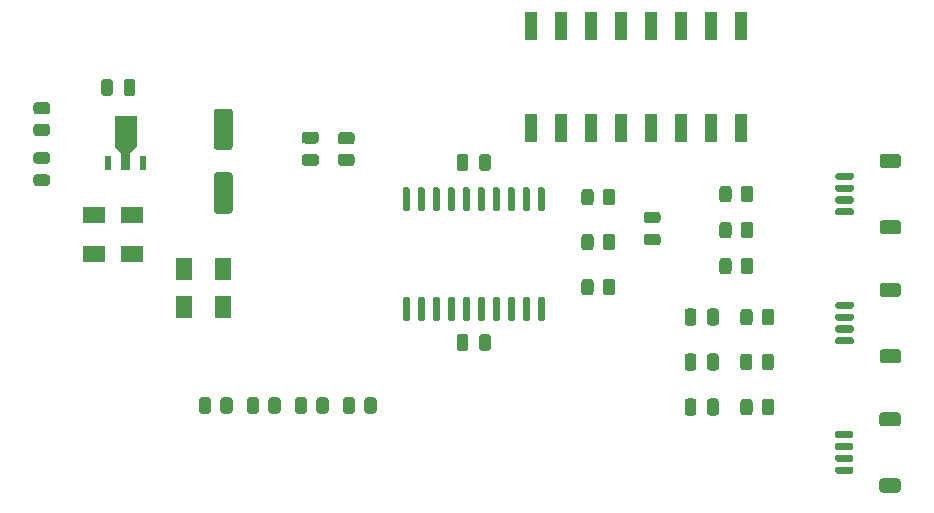
<source format=gtp>
G04 #@! TF.GenerationSoftware,KiCad,Pcbnew,6.0.2+dfsg-1*
G04 #@! TF.CreationDate,2024-06-30T21:27:14-06:00*
G04 #@! TF.ProjectId,ckt-iiab,636b742d-6969-4616-922e-6b696361645f,rev?*
G04 #@! TF.SameCoordinates,Original*
G04 #@! TF.FileFunction,Paste,Top*
G04 #@! TF.FilePolarity,Positive*
%FSLAX46Y46*%
G04 Gerber Fmt 4.6, Leading zero omitted, Abs format (unit mm)*
G04 Created by KiCad (PCBNEW 6.0.2+dfsg-1) date 2024-06-30 21:27:14*
%MOMM*%
%LPD*%
G01*
G04 APERTURE LIST*
%ADD10R,1.900000X1.400000*%
%ADD11R,1.400000X1.900000*%
%ADD12R,1.120000X2.440000*%
%ADD13R,0.550000X1.300000*%
G04 APERTURE END LIST*
G36*
G01*
X64229000Y-142400000D02*
X63279000Y-142400000D01*
G75*
G02*
X63029000Y-142150000I0J250000D01*
G01*
X63029000Y-141650000D01*
G75*
G02*
X63279000Y-141400000I250000J0D01*
G01*
X64229000Y-141400000D01*
G75*
G02*
X64479000Y-141650000I0J-250000D01*
G01*
X64479000Y-142150000D01*
G75*
G02*
X64229000Y-142400000I-250000J0D01*
G01*
G37*
G36*
G01*
X64229000Y-140500000D02*
X63279000Y-140500000D01*
G75*
G02*
X63029000Y-140250000I0J250000D01*
G01*
X63029000Y-139750000D01*
G75*
G02*
X63279000Y-139500000I250000J0D01*
G01*
X64229000Y-139500000D01*
G75*
G02*
X64479000Y-139750000I0J-250000D01*
G01*
X64479000Y-140250000D01*
G75*
G02*
X64229000Y-140500000I-250000J0D01*
G01*
G37*
G36*
G01*
X86713000Y-145484000D02*
X86713000Y-144584000D01*
G75*
G02*
X86963000Y-144334000I250000J0D01*
G01*
X87488000Y-144334000D01*
G75*
G02*
X87738000Y-144584000I0J-250000D01*
G01*
X87738000Y-145484000D01*
G75*
G02*
X87488000Y-145734000I-250000J0D01*
G01*
X86963000Y-145734000D01*
G75*
G02*
X86713000Y-145484000I0J250000D01*
G01*
G37*
G36*
G01*
X88538000Y-145484000D02*
X88538000Y-144584000D01*
G75*
G02*
X88788000Y-144334000I250000J0D01*
G01*
X89313000Y-144334000D01*
G75*
G02*
X89563000Y-144584000I0J-250000D01*
G01*
X89563000Y-145484000D01*
G75*
G02*
X89313000Y-145734000I-250000J0D01*
G01*
X88788000Y-145734000D01*
G75*
G02*
X88538000Y-145484000I0J250000D01*
G01*
G37*
G36*
G01*
X109623000Y-146580000D02*
X108373000Y-146580000D01*
G75*
G02*
X108223000Y-146430000I0J150000D01*
G01*
X108223000Y-146130000D01*
G75*
G02*
X108373000Y-145980000I150000J0D01*
G01*
X109623000Y-145980000D01*
G75*
G02*
X109773000Y-146130000I0J-150000D01*
G01*
X109773000Y-146430000D01*
G75*
G02*
X109623000Y-146580000I-150000J0D01*
G01*
G37*
G36*
G01*
X109623000Y-145580000D02*
X108373000Y-145580000D01*
G75*
G02*
X108223000Y-145430000I0J150000D01*
G01*
X108223000Y-145130000D01*
G75*
G02*
X108373000Y-144980000I150000J0D01*
G01*
X109623000Y-144980000D01*
G75*
G02*
X109773000Y-145130000I0J-150000D01*
G01*
X109773000Y-145430000D01*
G75*
G02*
X109623000Y-145580000I-150000J0D01*
G01*
G37*
G36*
G01*
X109623000Y-144580000D02*
X108373000Y-144580000D01*
G75*
G02*
X108223000Y-144430000I0J150000D01*
G01*
X108223000Y-144130000D01*
G75*
G02*
X108373000Y-143980000I150000J0D01*
G01*
X109623000Y-143980000D01*
G75*
G02*
X109773000Y-144130000I0J-150000D01*
G01*
X109773000Y-144430000D01*
G75*
G02*
X109623000Y-144580000I-150000J0D01*
G01*
G37*
G36*
G01*
X109623000Y-143580000D02*
X108373000Y-143580000D01*
G75*
G02*
X108223000Y-143430000I0J150000D01*
G01*
X108223000Y-143130000D01*
G75*
G02*
X108373000Y-142980000I150000J0D01*
G01*
X109623000Y-142980000D01*
G75*
G02*
X109773000Y-143130000I0J-150000D01*
G01*
X109773000Y-143430000D01*
G75*
G02*
X109623000Y-143580000I-150000J0D01*
G01*
G37*
G36*
G01*
X113523000Y-142580000D02*
X112223000Y-142580000D01*
G75*
G02*
X111973000Y-142330000I0J250000D01*
G01*
X111973000Y-141630000D01*
G75*
G02*
X112223000Y-141380000I250000J0D01*
G01*
X113523000Y-141380000D01*
G75*
G02*
X113773000Y-141630000I0J-250000D01*
G01*
X113773000Y-142330000D01*
G75*
G02*
X113523000Y-142580000I-250000J0D01*
G01*
G37*
G36*
G01*
X113523000Y-148180000D02*
X112223000Y-148180000D01*
G75*
G02*
X111973000Y-147930000I0J250000D01*
G01*
X111973000Y-147230000D01*
G75*
G02*
X112223000Y-146980000I250000J0D01*
G01*
X113523000Y-146980000D01*
G75*
G02*
X113773000Y-147230000I0J-250000D01*
G01*
X113773000Y-147930000D01*
G75*
G02*
X113523000Y-148180000I-250000J0D01*
G01*
G37*
G36*
G01*
X66520000Y-163137000D02*
X66520000Y-162237000D01*
G75*
G02*
X66770000Y-161987000I250000J0D01*
G01*
X67295000Y-161987000D01*
G75*
G02*
X67545000Y-162237000I0J-250000D01*
G01*
X67545000Y-163137000D01*
G75*
G02*
X67295000Y-163387000I-250000J0D01*
G01*
X66770000Y-163387000D01*
G75*
G02*
X66520000Y-163137000I0J250000D01*
G01*
G37*
G36*
G01*
X68345000Y-163137000D02*
X68345000Y-162237000D01*
G75*
G02*
X68595000Y-161987000I250000J0D01*
G01*
X69120000Y-161987000D01*
G75*
G02*
X69370000Y-162237000I0J-250000D01*
G01*
X69370000Y-163137000D01*
G75*
G02*
X69120000Y-163387000I-250000J0D01*
G01*
X68595000Y-163387000D01*
G75*
G02*
X68345000Y-163137000I0J250000D01*
G01*
G37*
G36*
G01*
X98351000Y-154719000D02*
X98351000Y-155669000D01*
G75*
G02*
X98101000Y-155919000I-250000J0D01*
G01*
X97601000Y-155919000D01*
G75*
G02*
X97351000Y-155669000I0J250000D01*
G01*
X97351000Y-154719000D01*
G75*
G02*
X97601000Y-154469000I250000J0D01*
G01*
X98101000Y-154469000D01*
G75*
G02*
X98351000Y-154719000I0J-250000D01*
G01*
G37*
G36*
G01*
X96451000Y-154719000D02*
X96451000Y-155669000D01*
G75*
G02*
X96201000Y-155919000I-250000J0D01*
G01*
X95701000Y-155919000D01*
G75*
G02*
X95451000Y-155669000I0J250000D01*
G01*
X95451000Y-154719000D01*
G75*
G02*
X95701000Y-154469000I250000J0D01*
G01*
X96201000Y-154469000D01*
G75*
G02*
X96451000Y-154719000I0J-250000D01*
G01*
G37*
G36*
G01*
X67252000Y-142395000D02*
X66352000Y-142395000D01*
G75*
G02*
X66102000Y-142145000I0J250000D01*
G01*
X66102000Y-141620000D01*
G75*
G02*
X66352000Y-141370000I250000J0D01*
G01*
X67252000Y-141370000D01*
G75*
G02*
X67502000Y-141620000I0J-250000D01*
G01*
X67502000Y-142145000D01*
G75*
G02*
X67252000Y-142395000I-250000J0D01*
G01*
G37*
G36*
G01*
X67252000Y-140570000D02*
X66352000Y-140570000D01*
G75*
G02*
X66102000Y-140320000I0J250000D01*
G01*
X66102000Y-139795000D01*
G75*
G02*
X66352000Y-139545000I250000J0D01*
G01*
X67252000Y-139545000D01*
G75*
G02*
X67502000Y-139795000I0J-250000D01*
G01*
X67502000Y-140320000D01*
G75*
G02*
X67252000Y-140570000I-250000J0D01*
G01*
G37*
G36*
G01*
X100151500Y-159454000D02*
X100151500Y-158554000D01*
G75*
G02*
X100401500Y-158304000I250000J0D01*
G01*
X100926500Y-158304000D01*
G75*
G02*
X101176500Y-158554000I0J-250000D01*
G01*
X101176500Y-159454000D01*
G75*
G02*
X100926500Y-159704000I-250000J0D01*
G01*
X100401500Y-159704000D01*
G75*
G02*
X100151500Y-159454000I0J250000D01*
G01*
G37*
G36*
G01*
X101976500Y-159454000D02*
X101976500Y-158554000D01*
G75*
G02*
X102226500Y-158304000I250000J0D01*
G01*
X102751500Y-158304000D01*
G75*
G02*
X103001500Y-158554000I0J-250000D01*
G01*
X103001500Y-159454000D01*
G75*
G02*
X102751500Y-159704000I-250000J0D01*
G01*
X102226500Y-159704000D01*
G75*
G02*
X101976500Y-159454000I0J250000D01*
G01*
G37*
G36*
G01*
X58392000Y-163137000D02*
X58392000Y-162237000D01*
G75*
G02*
X58642000Y-161987000I250000J0D01*
G01*
X59167000Y-161987000D01*
G75*
G02*
X59417000Y-162237000I0J-250000D01*
G01*
X59417000Y-163137000D01*
G75*
G02*
X59167000Y-163387000I-250000J0D01*
G01*
X58642000Y-163387000D01*
G75*
G02*
X58392000Y-163137000I0J250000D01*
G01*
G37*
G36*
G01*
X60217000Y-163137000D02*
X60217000Y-162237000D01*
G75*
G02*
X60467000Y-161987000I250000J0D01*
G01*
X60992000Y-161987000D01*
G75*
G02*
X61242000Y-162237000I0J-250000D01*
G01*
X61242000Y-163137000D01*
G75*
G02*
X60992000Y-163387000I-250000J0D01*
G01*
X60467000Y-163387000D01*
G75*
G02*
X60217000Y-163137000I0J250000D01*
G01*
G37*
D10*
X48641000Y-146559000D03*
X48641000Y-149859000D03*
G36*
G01*
X79047000Y-141638000D02*
X79047000Y-142588000D01*
G75*
G02*
X78797000Y-142838000I-250000J0D01*
G01*
X78297000Y-142838000D01*
G75*
G02*
X78047000Y-142588000I0J250000D01*
G01*
X78047000Y-141638000D01*
G75*
G02*
X78297000Y-141388000I250000J0D01*
G01*
X78797000Y-141388000D01*
G75*
G02*
X79047000Y-141638000I0J-250000D01*
G01*
G37*
G36*
G01*
X77147000Y-141638000D02*
X77147000Y-142588000D01*
G75*
G02*
X76897000Y-142838000I-250000J0D01*
G01*
X76397000Y-142838000D01*
G75*
G02*
X76147000Y-142588000I0J250000D01*
G01*
X76147000Y-141638000D01*
G75*
G02*
X76397000Y-141388000I250000J0D01*
G01*
X76897000Y-141388000D01*
G75*
G02*
X77147000Y-141638000I0J-250000D01*
G01*
G37*
G36*
G01*
X55838000Y-137536000D02*
X56938000Y-137536000D01*
G75*
G02*
X57188000Y-137786000I0J-250000D01*
G01*
X57188000Y-140786000D01*
G75*
G02*
X56938000Y-141036000I-250000J0D01*
G01*
X55838000Y-141036000D01*
G75*
G02*
X55588000Y-140786000I0J250000D01*
G01*
X55588000Y-137786000D01*
G75*
G02*
X55838000Y-137536000I250000J0D01*
G01*
G37*
G36*
G01*
X55838000Y-142936000D02*
X56938000Y-142936000D01*
G75*
G02*
X57188000Y-143186000I0J-250000D01*
G01*
X57188000Y-146186000D01*
G75*
G02*
X56938000Y-146436000I-250000J0D01*
G01*
X55838000Y-146436000D01*
G75*
G02*
X55588000Y-146186000I0J250000D01*
G01*
X55588000Y-143186000D01*
G75*
G02*
X55838000Y-142936000I250000J0D01*
G01*
G37*
G36*
G01*
X109590996Y-168448003D02*
X108340996Y-168448003D01*
G75*
G02*
X108190996Y-168298003I0J150000D01*
G01*
X108190996Y-167998003D01*
G75*
G02*
X108340996Y-167848003I150000J0D01*
G01*
X109590996Y-167848003D01*
G75*
G02*
X109740996Y-167998003I0J-150000D01*
G01*
X109740996Y-168298003D01*
G75*
G02*
X109590996Y-168448003I-150000J0D01*
G01*
G37*
G36*
G01*
X109590996Y-167448003D02*
X108340996Y-167448003D01*
G75*
G02*
X108190996Y-167298003I0J150000D01*
G01*
X108190996Y-166998003D01*
G75*
G02*
X108340996Y-166848003I150000J0D01*
G01*
X109590996Y-166848003D01*
G75*
G02*
X109740996Y-166998003I0J-150000D01*
G01*
X109740996Y-167298003D01*
G75*
G02*
X109590996Y-167448003I-150000J0D01*
G01*
G37*
G36*
G01*
X109590996Y-166448003D02*
X108340996Y-166448003D01*
G75*
G02*
X108190996Y-166298003I0J150000D01*
G01*
X108190996Y-165998003D01*
G75*
G02*
X108340996Y-165848003I150000J0D01*
G01*
X109590996Y-165848003D01*
G75*
G02*
X109740996Y-165998003I0J-150000D01*
G01*
X109740996Y-166298003D01*
G75*
G02*
X109590996Y-166448003I-150000J0D01*
G01*
G37*
G36*
G01*
X109590996Y-165448003D02*
X108340996Y-165448003D01*
G75*
G02*
X108190996Y-165298003I0J150000D01*
G01*
X108190996Y-164998003D01*
G75*
G02*
X108340996Y-164848003I150000J0D01*
G01*
X109590996Y-164848003D01*
G75*
G02*
X109740996Y-164998003I0J-150000D01*
G01*
X109740996Y-165298003D01*
G75*
G02*
X109590996Y-165448003I-150000J0D01*
G01*
G37*
G36*
G01*
X113490996Y-170048003D02*
X112190996Y-170048003D01*
G75*
G02*
X111940996Y-169798003I0J250000D01*
G01*
X111940996Y-169098003D01*
G75*
G02*
X112190996Y-168848003I250000J0D01*
G01*
X113490996Y-168848003D01*
G75*
G02*
X113740996Y-169098003I0J-250000D01*
G01*
X113740996Y-169798003D01*
G75*
G02*
X113490996Y-170048003I-250000J0D01*
G01*
G37*
G36*
G01*
X113490996Y-164448003D02*
X112190996Y-164448003D01*
G75*
G02*
X111940996Y-164198003I0J250000D01*
G01*
X111940996Y-163498003D01*
G75*
G02*
X112190996Y-163248003I250000J0D01*
G01*
X113490996Y-163248003D01*
G75*
G02*
X113740996Y-163498003I0J-250000D01*
G01*
X113740996Y-164198003D01*
G75*
G02*
X113490996Y-164448003I-250000J0D01*
G01*
G37*
G36*
G01*
X100175000Y-163264000D02*
X100175000Y-162364000D01*
G75*
G02*
X100425000Y-162114000I250000J0D01*
G01*
X100950000Y-162114000D01*
G75*
G02*
X101200000Y-162364000I0J-250000D01*
G01*
X101200000Y-163264000D01*
G75*
G02*
X100950000Y-163514000I-250000J0D01*
G01*
X100425000Y-163514000D01*
G75*
G02*
X100175000Y-163264000I0J250000D01*
G01*
G37*
G36*
G01*
X102000000Y-163264000D02*
X102000000Y-162364000D01*
G75*
G02*
X102250000Y-162114000I250000J0D01*
G01*
X102775000Y-162114000D01*
G75*
G02*
X103025000Y-162364000I0J-250000D01*
G01*
X103025000Y-163264000D01*
G75*
G02*
X102775000Y-163514000I-250000J0D01*
G01*
X102250000Y-163514000D01*
G75*
G02*
X102000000Y-163264000I0J250000D01*
G01*
G37*
G36*
G01*
X54328000Y-163137000D02*
X54328000Y-162237000D01*
G75*
G02*
X54578000Y-161987000I250000J0D01*
G01*
X55103000Y-161987000D01*
G75*
G02*
X55353000Y-162237000I0J-250000D01*
G01*
X55353000Y-163137000D01*
G75*
G02*
X55103000Y-163387000I-250000J0D01*
G01*
X54578000Y-163387000D01*
G75*
G02*
X54328000Y-163137000I0J250000D01*
G01*
G37*
G36*
G01*
X56153000Y-163137000D02*
X56153000Y-162237000D01*
G75*
G02*
X56403000Y-161987000I250000J0D01*
G01*
X56928000Y-161987000D01*
G75*
G02*
X57178000Y-162237000I0J-250000D01*
G01*
X57178000Y-163137000D01*
G75*
G02*
X56928000Y-163387000I-250000J0D01*
G01*
X56403000Y-163387000D01*
G75*
G02*
X56153000Y-163137000I0J250000D01*
G01*
G37*
D11*
X53087000Y-154305000D03*
X56387000Y-154305000D03*
X53087000Y-151130000D03*
X56387000Y-151130000D03*
D12*
X100203000Y-130569000D03*
X97663000Y-130569000D03*
X95123000Y-130569000D03*
X92583000Y-130569000D03*
X90043000Y-130569000D03*
X87503000Y-130569000D03*
X84963000Y-130569000D03*
X82423000Y-130569000D03*
X82423000Y-139179000D03*
X84963000Y-139179000D03*
X87503000Y-139179000D03*
X90043000Y-139179000D03*
X92583000Y-139179000D03*
X95123000Y-139179000D03*
X97663000Y-139179000D03*
X100203000Y-139179000D03*
G36*
G01*
X98351000Y-162339000D02*
X98351000Y-163289000D01*
G75*
G02*
X98101000Y-163539000I-250000J0D01*
G01*
X97601000Y-163539000D01*
G75*
G02*
X97351000Y-163289000I0J250000D01*
G01*
X97351000Y-162339000D01*
G75*
G02*
X97601000Y-162089000I250000J0D01*
G01*
X98101000Y-162089000D01*
G75*
G02*
X98351000Y-162339000I0J-250000D01*
G01*
G37*
G36*
G01*
X96451000Y-162339000D02*
X96451000Y-163289000D01*
G75*
G02*
X96201000Y-163539000I-250000J0D01*
G01*
X95701000Y-163539000D01*
G75*
G02*
X95451000Y-163289000I0J250000D01*
G01*
X95451000Y-162339000D01*
G75*
G02*
X95701000Y-162089000I250000J0D01*
G01*
X96201000Y-162089000D01*
G75*
G02*
X96451000Y-162339000I0J-250000D01*
G01*
G37*
G36*
G01*
X41477250Y-144094500D02*
X40564750Y-144094500D01*
G75*
G02*
X40321000Y-143850750I0J243750D01*
G01*
X40321000Y-143363250D01*
G75*
G02*
X40564750Y-143119500I243750J0D01*
G01*
X41477250Y-143119500D01*
G75*
G02*
X41721000Y-143363250I0J-243750D01*
G01*
X41721000Y-143850750D01*
G75*
G02*
X41477250Y-144094500I-243750J0D01*
G01*
G37*
G36*
G01*
X41477250Y-142219500D02*
X40564750Y-142219500D01*
G75*
G02*
X40321000Y-141975750I0J243750D01*
G01*
X40321000Y-141488250D01*
G75*
G02*
X40564750Y-141244500I243750J0D01*
G01*
X41477250Y-141244500D01*
G75*
G02*
X41721000Y-141488250I0J-243750D01*
G01*
X41721000Y-141975750D01*
G75*
G02*
X41477250Y-142219500I-243750J0D01*
G01*
G37*
G36*
G01*
X62456000Y-163137000D02*
X62456000Y-162237000D01*
G75*
G02*
X62706000Y-161987000I250000J0D01*
G01*
X63231000Y-161987000D01*
G75*
G02*
X63481000Y-162237000I0J-250000D01*
G01*
X63481000Y-163137000D01*
G75*
G02*
X63231000Y-163387000I-250000J0D01*
G01*
X62706000Y-163387000D01*
G75*
G02*
X62456000Y-163137000I0J250000D01*
G01*
G37*
G36*
G01*
X64281000Y-163137000D02*
X64281000Y-162237000D01*
G75*
G02*
X64531000Y-161987000I250000J0D01*
G01*
X65056000Y-161987000D01*
G75*
G02*
X65306000Y-162237000I0J-250000D01*
G01*
X65306000Y-163137000D01*
G75*
G02*
X65056000Y-163387000I-250000J0D01*
G01*
X64531000Y-163387000D01*
G75*
G02*
X64281000Y-163137000I0J250000D01*
G01*
G37*
G36*
G01*
X101247000Y-147378000D02*
X101247000Y-148278000D01*
G75*
G02*
X100997000Y-148528000I-250000J0D01*
G01*
X100472000Y-148528000D01*
G75*
G02*
X100222000Y-148278000I0J250000D01*
G01*
X100222000Y-147378000D01*
G75*
G02*
X100472000Y-147128000I250000J0D01*
G01*
X100997000Y-147128000D01*
G75*
G02*
X101247000Y-147378000I0J-250000D01*
G01*
G37*
G36*
G01*
X99422000Y-147378000D02*
X99422000Y-148278000D01*
G75*
G02*
X99172000Y-148528000I-250000J0D01*
G01*
X98647000Y-148528000D01*
G75*
G02*
X98397000Y-148278000I0J250000D01*
G01*
X98397000Y-147378000D01*
G75*
G02*
X98647000Y-147128000I250000J0D01*
G01*
X99172000Y-147128000D01*
G75*
G02*
X99422000Y-147378000I0J-250000D01*
G01*
G37*
G36*
G01*
X89563000Y-152204000D02*
X89563000Y-153104000D01*
G75*
G02*
X89313000Y-153354000I-250000J0D01*
G01*
X88788000Y-153354000D01*
G75*
G02*
X88538000Y-153104000I0J250000D01*
G01*
X88538000Y-152204000D01*
G75*
G02*
X88788000Y-151954000I250000J0D01*
G01*
X89313000Y-151954000D01*
G75*
G02*
X89563000Y-152204000I0J-250000D01*
G01*
G37*
G36*
G01*
X87738000Y-152204000D02*
X87738000Y-153104000D01*
G75*
G02*
X87488000Y-153354000I-250000J0D01*
G01*
X86963000Y-153354000D01*
G75*
G02*
X86713000Y-153104000I0J250000D01*
G01*
X86713000Y-152204000D01*
G75*
G02*
X86963000Y-151954000I250000J0D01*
G01*
X87488000Y-151954000D01*
G75*
G02*
X87738000Y-152204000I0J-250000D01*
G01*
G37*
G36*
G01*
X86713000Y-149294000D02*
X86713000Y-148394000D01*
G75*
G02*
X86963000Y-148144000I250000J0D01*
G01*
X87488000Y-148144000D01*
G75*
G02*
X87738000Y-148394000I0J-250000D01*
G01*
X87738000Y-149294000D01*
G75*
G02*
X87488000Y-149544000I-250000J0D01*
G01*
X86963000Y-149544000D01*
G75*
G02*
X86713000Y-149294000I0J250000D01*
G01*
G37*
G36*
G01*
X88538000Y-149294000D02*
X88538000Y-148394000D01*
G75*
G02*
X88788000Y-148144000I250000J0D01*
G01*
X89313000Y-148144000D01*
G75*
G02*
X89563000Y-148394000I0J-250000D01*
G01*
X89563000Y-149294000D01*
G75*
G02*
X89313000Y-149544000I-250000J0D01*
G01*
X88788000Y-149544000D01*
G75*
G02*
X88538000Y-149294000I0J250000D01*
G01*
G37*
G36*
G01*
X72032000Y-155535000D02*
X71732000Y-155535000D01*
G75*
G02*
X71582000Y-155385000I0J150000D01*
G01*
X71582000Y-153635000D01*
G75*
G02*
X71732000Y-153485000I150000J0D01*
G01*
X72032000Y-153485000D01*
G75*
G02*
X72182000Y-153635000I0J-150000D01*
G01*
X72182000Y-155385000D01*
G75*
G02*
X72032000Y-155535000I-150000J0D01*
G01*
G37*
G36*
G01*
X73302000Y-155535000D02*
X73002000Y-155535000D01*
G75*
G02*
X72852000Y-155385000I0J150000D01*
G01*
X72852000Y-153635000D01*
G75*
G02*
X73002000Y-153485000I150000J0D01*
G01*
X73302000Y-153485000D01*
G75*
G02*
X73452000Y-153635000I0J-150000D01*
G01*
X73452000Y-155385000D01*
G75*
G02*
X73302000Y-155535000I-150000J0D01*
G01*
G37*
G36*
G01*
X74572000Y-155535000D02*
X74272000Y-155535000D01*
G75*
G02*
X74122000Y-155385000I0J150000D01*
G01*
X74122000Y-153635000D01*
G75*
G02*
X74272000Y-153485000I150000J0D01*
G01*
X74572000Y-153485000D01*
G75*
G02*
X74722000Y-153635000I0J-150000D01*
G01*
X74722000Y-155385000D01*
G75*
G02*
X74572000Y-155535000I-150000J0D01*
G01*
G37*
G36*
G01*
X75842000Y-155535000D02*
X75542000Y-155535000D01*
G75*
G02*
X75392000Y-155385000I0J150000D01*
G01*
X75392000Y-153635000D01*
G75*
G02*
X75542000Y-153485000I150000J0D01*
G01*
X75842000Y-153485000D01*
G75*
G02*
X75992000Y-153635000I0J-150000D01*
G01*
X75992000Y-155385000D01*
G75*
G02*
X75842000Y-155535000I-150000J0D01*
G01*
G37*
G36*
G01*
X77112000Y-155535000D02*
X76812000Y-155535000D01*
G75*
G02*
X76662000Y-155385000I0J150000D01*
G01*
X76662000Y-153635000D01*
G75*
G02*
X76812000Y-153485000I150000J0D01*
G01*
X77112000Y-153485000D01*
G75*
G02*
X77262000Y-153635000I0J-150000D01*
G01*
X77262000Y-155385000D01*
G75*
G02*
X77112000Y-155535000I-150000J0D01*
G01*
G37*
G36*
G01*
X78382000Y-155535000D02*
X78082000Y-155535000D01*
G75*
G02*
X77932000Y-155385000I0J150000D01*
G01*
X77932000Y-153635000D01*
G75*
G02*
X78082000Y-153485000I150000J0D01*
G01*
X78382000Y-153485000D01*
G75*
G02*
X78532000Y-153635000I0J-150000D01*
G01*
X78532000Y-155385000D01*
G75*
G02*
X78382000Y-155535000I-150000J0D01*
G01*
G37*
G36*
G01*
X79652000Y-155535000D02*
X79352000Y-155535000D01*
G75*
G02*
X79202000Y-155385000I0J150000D01*
G01*
X79202000Y-153635000D01*
G75*
G02*
X79352000Y-153485000I150000J0D01*
G01*
X79652000Y-153485000D01*
G75*
G02*
X79802000Y-153635000I0J-150000D01*
G01*
X79802000Y-155385000D01*
G75*
G02*
X79652000Y-155535000I-150000J0D01*
G01*
G37*
G36*
G01*
X80922000Y-155535000D02*
X80622000Y-155535000D01*
G75*
G02*
X80472000Y-155385000I0J150000D01*
G01*
X80472000Y-153635000D01*
G75*
G02*
X80622000Y-153485000I150000J0D01*
G01*
X80922000Y-153485000D01*
G75*
G02*
X81072000Y-153635000I0J-150000D01*
G01*
X81072000Y-155385000D01*
G75*
G02*
X80922000Y-155535000I-150000J0D01*
G01*
G37*
G36*
G01*
X82192000Y-155535000D02*
X81892000Y-155535000D01*
G75*
G02*
X81742000Y-155385000I0J150000D01*
G01*
X81742000Y-153635000D01*
G75*
G02*
X81892000Y-153485000I150000J0D01*
G01*
X82192000Y-153485000D01*
G75*
G02*
X82342000Y-153635000I0J-150000D01*
G01*
X82342000Y-155385000D01*
G75*
G02*
X82192000Y-155535000I-150000J0D01*
G01*
G37*
G36*
G01*
X83462000Y-155535000D02*
X83162000Y-155535000D01*
G75*
G02*
X83012000Y-155385000I0J150000D01*
G01*
X83012000Y-153635000D01*
G75*
G02*
X83162000Y-153485000I150000J0D01*
G01*
X83462000Y-153485000D01*
G75*
G02*
X83612000Y-153635000I0J-150000D01*
G01*
X83612000Y-155385000D01*
G75*
G02*
X83462000Y-155535000I-150000J0D01*
G01*
G37*
G36*
G01*
X83462000Y-146235000D02*
X83162000Y-146235000D01*
G75*
G02*
X83012000Y-146085000I0J150000D01*
G01*
X83012000Y-144335000D01*
G75*
G02*
X83162000Y-144185000I150000J0D01*
G01*
X83462000Y-144185000D01*
G75*
G02*
X83612000Y-144335000I0J-150000D01*
G01*
X83612000Y-146085000D01*
G75*
G02*
X83462000Y-146235000I-150000J0D01*
G01*
G37*
G36*
G01*
X82192000Y-146235000D02*
X81892000Y-146235000D01*
G75*
G02*
X81742000Y-146085000I0J150000D01*
G01*
X81742000Y-144335000D01*
G75*
G02*
X81892000Y-144185000I150000J0D01*
G01*
X82192000Y-144185000D01*
G75*
G02*
X82342000Y-144335000I0J-150000D01*
G01*
X82342000Y-146085000D01*
G75*
G02*
X82192000Y-146235000I-150000J0D01*
G01*
G37*
G36*
G01*
X80922000Y-146235000D02*
X80622000Y-146235000D01*
G75*
G02*
X80472000Y-146085000I0J150000D01*
G01*
X80472000Y-144335000D01*
G75*
G02*
X80622000Y-144185000I150000J0D01*
G01*
X80922000Y-144185000D01*
G75*
G02*
X81072000Y-144335000I0J-150000D01*
G01*
X81072000Y-146085000D01*
G75*
G02*
X80922000Y-146235000I-150000J0D01*
G01*
G37*
G36*
G01*
X79652000Y-146235000D02*
X79352000Y-146235000D01*
G75*
G02*
X79202000Y-146085000I0J150000D01*
G01*
X79202000Y-144335000D01*
G75*
G02*
X79352000Y-144185000I150000J0D01*
G01*
X79652000Y-144185000D01*
G75*
G02*
X79802000Y-144335000I0J-150000D01*
G01*
X79802000Y-146085000D01*
G75*
G02*
X79652000Y-146235000I-150000J0D01*
G01*
G37*
G36*
G01*
X78382000Y-146235000D02*
X78082000Y-146235000D01*
G75*
G02*
X77932000Y-146085000I0J150000D01*
G01*
X77932000Y-144335000D01*
G75*
G02*
X78082000Y-144185000I150000J0D01*
G01*
X78382000Y-144185000D01*
G75*
G02*
X78532000Y-144335000I0J-150000D01*
G01*
X78532000Y-146085000D01*
G75*
G02*
X78382000Y-146235000I-150000J0D01*
G01*
G37*
G36*
G01*
X77112000Y-146235000D02*
X76812000Y-146235000D01*
G75*
G02*
X76662000Y-146085000I0J150000D01*
G01*
X76662000Y-144335000D01*
G75*
G02*
X76812000Y-144185000I150000J0D01*
G01*
X77112000Y-144185000D01*
G75*
G02*
X77262000Y-144335000I0J-150000D01*
G01*
X77262000Y-146085000D01*
G75*
G02*
X77112000Y-146235000I-150000J0D01*
G01*
G37*
G36*
G01*
X75842000Y-146235000D02*
X75542000Y-146235000D01*
G75*
G02*
X75392000Y-146085000I0J150000D01*
G01*
X75392000Y-144335000D01*
G75*
G02*
X75542000Y-144185000I150000J0D01*
G01*
X75842000Y-144185000D01*
G75*
G02*
X75992000Y-144335000I0J-150000D01*
G01*
X75992000Y-146085000D01*
G75*
G02*
X75842000Y-146235000I-150000J0D01*
G01*
G37*
G36*
G01*
X74572000Y-146235000D02*
X74272000Y-146235000D01*
G75*
G02*
X74122000Y-146085000I0J150000D01*
G01*
X74122000Y-144335000D01*
G75*
G02*
X74272000Y-144185000I150000J0D01*
G01*
X74572000Y-144185000D01*
G75*
G02*
X74722000Y-144335000I0J-150000D01*
G01*
X74722000Y-146085000D01*
G75*
G02*
X74572000Y-146235000I-150000J0D01*
G01*
G37*
G36*
G01*
X73302000Y-146235000D02*
X73002000Y-146235000D01*
G75*
G02*
X72852000Y-146085000I0J150000D01*
G01*
X72852000Y-144335000D01*
G75*
G02*
X73002000Y-144185000I150000J0D01*
G01*
X73302000Y-144185000D01*
G75*
G02*
X73452000Y-144335000I0J-150000D01*
G01*
X73452000Y-146085000D01*
G75*
G02*
X73302000Y-146235000I-150000J0D01*
G01*
G37*
G36*
G01*
X72032000Y-146235000D02*
X71732000Y-146235000D01*
G75*
G02*
X71582000Y-146085000I0J150000D01*
G01*
X71582000Y-144335000D01*
G75*
G02*
X71732000Y-144185000I150000J0D01*
G01*
X72032000Y-144185000D01*
G75*
G02*
X72182000Y-144335000I0J-150000D01*
G01*
X72182000Y-146085000D01*
G75*
G02*
X72032000Y-146235000I-150000J0D01*
G01*
G37*
G36*
G01*
X76147000Y-157828000D02*
X76147000Y-156878000D01*
G75*
G02*
X76397000Y-156628000I250000J0D01*
G01*
X76897000Y-156628000D01*
G75*
G02*
X77147000Y-156878000I0J-250000D01*
G01*
X77147000Y-157828000D01*
G75*
G02*
X76897000Y-158078000I-250000J0D01*
G01*
X76397000Y-158078000D01*
G75*
G02*
X76147000Y-157828000I0J250000D01*
G01*
G37*
G36*
G01*
X78047000Y-157828000D02*
X78047000Y-156878000D01*
G75*
G02*
X78297000Y-156628000I250000J0D01*
G01*
X78797000Y-156628000D01*
G75*
G02*
X79047000Y-156878000I0J-250000D01*
G01*
X79047000Y-157828000D01*
G75*
G02*
X78797000Y-158078000I-250000J0D01*
G01*
X78297000Y-158078000D01*
G75*
G02*
X78047000Y-157828000I0J250000D01*
G01*
G37*
D10*
X45466000Y-146559000D03*
X45466000Y-149859000D03*
G36*
G01*
X41471000Y-139855000D02*
X40571000Y-139855000D01*
G75*
G02*
X40321000Y-139605000I0J250000D01*
G01*
X40321000Y-139080000D01*
G75*
G02*
X40571000Y-138830000I250000J0D01*
G01*
X41471000Y-138830000D01*
G75*
G02*
X41721000Y-139080000I0J-250000D01*
G01*
X41721000Y-139605000D01*
G75*
G02*
X41471000Y-139855000I-250000J0D01*
G01*
G37*
G36*
G01*
X41471000Y-138030000D02*
X40571000Y-138030000D01*
G75*
G02*
X40321000Y-137780000I0J250000D01*
G01*
X40321000Y-137255000D01*
G75*
G02*
X40571000Y-137005000I250000J0D01*
G01*
X41471000Y-137005000D01*
G75*
G02*
X41721000Y-137255000I0J-250000D01*
G01*
X41721000Y-137780000D01*
G75*
G02*
X41471000Y-138030000I-250000J0D01*
G01*
G37*
G36*
G01*
X101247000Y-150426000D02*
X101247000Y-151326000D01*
G75*
G02*
X100997000Y-151576000I-250000J0D01*
G01*
X100472000Y-151576000D01*
G75*
G02*
X100222000Y-151326000I0J250000D01*
G01*
X100222000Y-150426000D01*
G75*
G02*
X100472000Y-150176000I250000J0D01*
G01*
X100997000Y-150176000D01*
G75*
G02*
X101247000Y-150426000I0J-250000D01*
G01*
G37*
G36*
G01*
X99422000Y-150426000D02*
X99422000Y-151326000D01*
G75*
G02*
X99172000Y-151576000I-250000J0D01*
G01*
X98647000Y-151576000D01*
G75*
G02*
X98397000Y-151326000I0J250000D01*
G01*
X98397000Y-150426000D01*
G75*
G02*
X98647000Y-150176000I250000J0D01*
G01*
X99172000Y-150176000D01*
G75*
G02*
X99422000Y-150426000I0J-250000D01*
G01*
G37*
G36*
G01*
X98351000Y-158529000D02*
X98351000Y-159479000D01*
G75*
G02*
X98101000Y-159729000I-250000J0D01*
G01*
X97601000Y-159729000D01*
G75*
G02*
X97351000Y-159479000I0J250000D01*
G01*
X97351000Y-158529000D01*
G75*
G02*
X97601000Y-158279000I250000J0D01*
G01*
X98101000Y-158279000D01*
G75*
G02*
X98351000Y-158529000I0J-250000D01*
G01*
G37*
G36*
G01*
X96451000Y-158529000D02*
X96451000Y-159479000D01*
G75*
G02*
X96201000Y-159729000I-250000J0D01*
G01*
X95701000Y-159729000D01*
G75*
G02*
X95451000Y-159479000I0J250000D01*
G01*
X95451000Y-158529000D01*
G75*
G02*
X95701000Y-158279000I250000J0D01*
G01*
X96201000Y-158279000D01*
G75*
G02*
X96451000Y-158529000I0J-250000D01*
G01*
G37*
G36*
G01*
X100175000Y-155644000D02*
X100175000Y-154744000D01*
G75*
G02*
X100425000Y-154494000I250000J0D01*
G01*
X100950000Y-154494000D01*
G75*
G02*
X101200000Y-154744000I0J-250000D01*
G01*
X101200000Y-155644000D01*
G75*
G02*
X100950000Y-155894000I-250000J0D01*
G01*
X100425000Y-155894000D01*
G75*
G02*
X100175000Y-155644000I0J250000D01*
G01*
G37*
G36*
G01*
X102000000Y-155644000D02*
X102000000Y-154744000D01*
G75*
G02*
X102250000Y-154494000I250000J0D01*
G01*
X102775000Y-154494000D01*
G75*
G02*
X103025000Y-154744000I0J-250000D01*
G01*
X103025000Y-155644000D01*
G75*
G02*
X102775000Y-155894000I-250000J0D01*
G01*
X102250000Y-155894000D01*
G75*
G02*
X102000000Y-155644000I0J250000D01*
G01*
G37*
G36*
G01*
X109623000Y-157502000D02*
X108373000Y-157502000D01*
G75*
G02*
X108223000Y-157352000I0J150000D01*
G01*
X108223000Y-157052000D01*
G75*
G02*
X108373000Y-156902000I150000J0D01*
G01*
X109623000Y-156902000D01*
G75*
G02*
X109773000Y-157052000I0J-150000D01*
G01*
X109773000Y-157352000D01*
G75*
G02*
X109623000Y-157502000I-150000J0D01*
G01*
G37*
G36*
G01*
X109623000Y-156502000D02*
X108373000Y-156502000D01*
G75*
G02*
X108223000Y-156352000I0J150000D01*
G01*
X108223000Y-156052000D01*
G75*
G02*
X108373000Y-155902000I150000J0D01*
G01*
X109623000Y-155902000D01*
G75*
G02*
X109773000Y-156052000I0J-150000D01*
G01*
X109773000Y-156352000D01*
G75*
G02*
X109623000Y-156502000I-150000J0D01*
G01*
G37*
G36*
G01*
X109623000Y-155502000D02*
X108373000Y-155502000D01*
G75*
G02*
X108223000Y-155352000I0J150000D01*
G01*
X108223000Y-155052000D01*
G75*
G02*
X108373000Y-154902000I150000J0D01*
G01*
X109623000Y-154902000D01*
G75*
G02*
X109773000Y-155052000I0J-150000D01*
G01*
X109773000Y-155352000D01*
G75*
G02*
X109623000Y-155502000I-150000J0D01*
G01*
G37*
G36*
G01*
X109623000Y-154502000D02*
X108373000Y-154502000D01*
G75*
G02*
X108223000Y-154352000I0J150000D01*
G01*
X108223000Y-154052000D01*
G75*
G02*
X108373000Y-153902000I150000J0D01*
G01*
X109623000Y-153902000D01*
G75*
G02*
X109773000Y-154052000I0J-150000D01*
G01*
X109773000Y-154352000D01*
G75*
G02*
X109623000Y-154502000I-150000J0D01*
G01*
G37*
G36*
G01*
X113523000Y-153502000D02*
X112223000Y-153502000D01*
G75*
G02*
X111973000Y-153252000I0J250000D01*
G01*
X111973000Y-152552000D01*
G75*
G02*
X112223000Y-152302000I250000J0D01*
G01*
X113523000Y-152302000D01*
G75*
G02*
X113773000Y-152552000I0J-250000D01*
G01*
X113773000Y-153252000D01*
G75*
G02*
X113523000Y-153502000I-250000J0D01*
G01*
G37*
G36*
G01*
X113523000Y-159102000D02*
X112223000Y-159102000D01*
G75*
G02*
X111973000Y-158852000I0J250000D01*
G01*
X111973000Y-158152000D01*
G75*
G02*
X112223000Y-157902000I250000J0D01*
G01*
X113523000Y-157902000D01*
G75*
G02*
X113773000Y-158152000I0J-250000D01*
G01*
X113773000Y-158852000D01*
G75*
G02*
X113523000Y-159102000I-250000J0D01*
G01*
G37*
D13*
X46633000Y-142112000D03*
G36*
X49058000Y-138162000D02*
G01*
X49058000Y-140762000D01*
X48533000Y-141287000D01*
X48533000Y-142762000D01*
X47733000Y-142762000D01*
X47733000Y-141287000D01*
X47208000Y-140762000D01*
X47208000Y-138162000D01*
X49058000Y-138162000D01*
G37*
X49633000Y-142112000D03*
G36*
G01*
X101247000Y-144330000D02*
X101247000Y-145230000D01*
G75*
G02*
X100997000Y-145480000I-250000J0D01*
G01*
X100472000Y-145480000D01*
G75*
G02*
X100222000Y-145230000I0J250000D01*
G01*
X100222000Y-144330000D01*
G75*
G02*
X100472000Y-144080000I250000J0D01*
G01*
X100997000Y-144080000D01*
G75*
G02*
X101247000Y-144330000I0J-250000D01*
G01*
G37*
G36*
G01*
X99422000Y-144330000D02*
X99422000Y-145230000D01*
G75*
G02*
X99172000Y-145480000I-250000J0D01*
G01*
X98647000Y-145480000D01*
G75*
G02*
X98397000Y-145230000I0J250000D01*
G01*
X98397000Y-144330000D01*
G75*
G02*
X98647000Y-144080000I250000J0D01*
G01*
X99172000Y-144080000D01*
G75*
G02*
X99422000Y-144330000I0J-250000D01*
G01*
G37*
G36*
G01*
X93166250Y-149126000D02*
X92253750Y-149126000D01*
G75*
G02*
X92010000Y-148882250I0J243750D01*
G01*
X92010000Y-148394750D01*
G75*
G02*
X92253750Y-148151000I243750J0D01*
G01*
X93166250Y-148151000D01*
G75*
G02*
X93410000Y-148394750I0J-243750D01*
G01*
X93410000Y-148882250D01*
G75*
G02*
X93166250Y-149126000I-243750J0D01*
G01*
G37*
G36*
G01*
X93166250Y-147251000D02*
X92253750Y-147251000D01*
G75*
G02*
X92010000Y-147007250I0J243750D01*
G01*
X92010000Y-146519750D01*
G75*
G02*
X92253750Y-146276000I243750J0D01*
G01*
X93166250Y-146276000D01*
G75*
G02*
X93410000Y-146519750I0J-243750D01*
G01*
X93410000Y-147007250D01*
G75*
G02*
X93166250Y-147251000I-243750J0D01*
G01*
G37*
G36*
G01*
X46048000Y-136238000D02*
X46048000Y-135288000D01*
G75*
G02*
X46298000Y-135038000I250000J0D01*
G01*
X46798000Y-135038000D01*
G75*
G02*
X47048000Y-135288000I0J-250000D01*
G01*
X47048000Y-136238000D01*
G75*
G02*
X46798000Y-136488000I-250000J0D01*
G01*
X46298000Y-136488000D01*
G75*
G02*
X46048000Y-136238000I0J250000D01*
G01*
G37*
G36*
G01*
X47948000Y-136238000D02*
X47948000Y-135288000D01*
G75*
G02*
X48198000Y-135038000I250000J0D01*
G01*
X48698000Y-135038000D01*
G75*
G02*
X48948000Y-135288000I0J-250000D01*
G01*
X48948000Y-136238000D01*
G75*
G02*
X48698000Y-136488000I-250000J0D01*
G01*
X48198000Y-136488000D01*
G75*
G02*
X47948000Y-136238000I0J250000D01*
G01*
G37*
M02*

</source>
